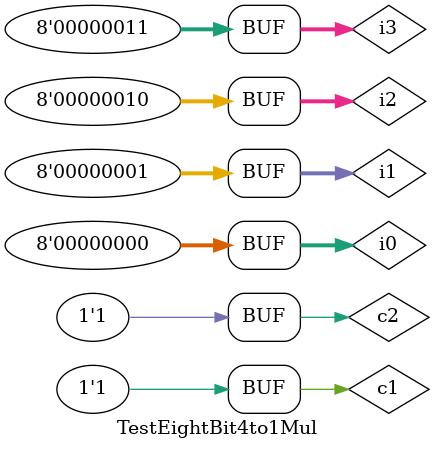
<source format=sv>
`timescale 1ns / 1ps


module TestEightBit4to1Mul();
logic[7:0] i0,i1,i2,i3;
logic c1,c2;
logic[7:0] o;
EightBit4to1Mul dut(i0,i1,i2,i3,c1,c2,o);
    
initial begin

 c1 = 0; c2 = 0; i0 = 8'b0000; i1 = 8'b0001; i2 = 8'b0010; i3 = 8'b0011; #10;
 c1 = 0; c2 = 0; i0 = 8'b0000; i1 = 8'b0001; i2 = 8'b0010; i3 = 8'b0011; #10;
 c1 = 0; c2 = 1; i0 = 8'b0000; i1 = 8'b0001; i2 = 8'b0010; i3 = 8'b0011; #10;
 c1 = 0; c2 = 1; i0 = 8'b0000; i1 = 8'b0001; i2 = 8'b0010; i3 = 8'b0011; #10;
 c1 = 1; c2 = 0; i0 = 8'b0000; i1 = 8'b0001; i2 = 8'b0010; i3 = 8'b0011; #10;
 c1 = 1; c2 = 0; i0 = 8'b0000; i1 = 8'b0001; i2 = 8'b0010; i3 = 8'b0011; #10;
 c1 = 1; c2 = 1; i0 = 8'b0000; i1 = 8'b0001; i2 = 8'b0010; i3 = 8'b0011; #10;
 c1 = 1; c2 = 1; i0 = 8'b0000; i1 = 8'b0001; i2 = 8'b0010; i3 = 8'b0011; #10;
 
end
endmodule

</source>
